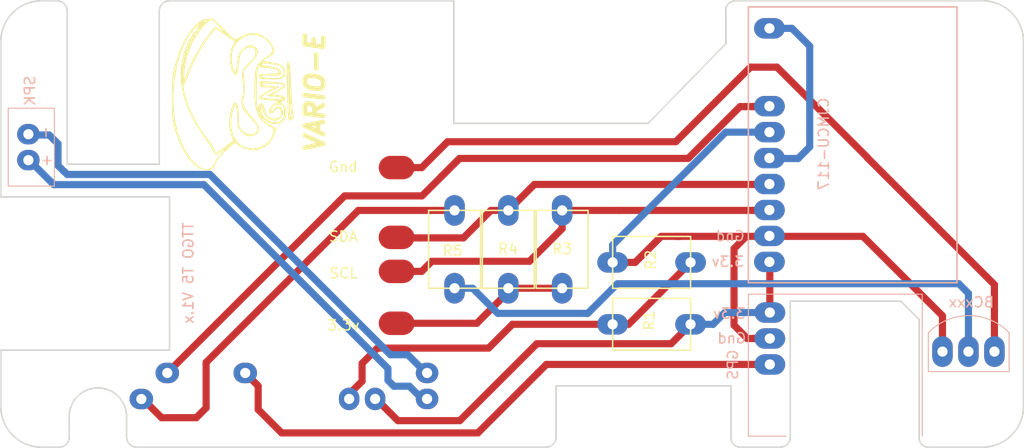
<source format=kicad_pcb>
(kicad_pcb (version 20171130) (host pcbnew "(5.0.0)")

  (general
    (thickness 1.6)
    (drawings 51)
    (tracks 132)
    (zones 0)
    (modules 16)
    (nets 15)
  )

  (page A4)
  (title_block
    (title "GNU Vario E")
    (date 2019-07-13)
    (rev "V 1.10")
    (company Ratamuse)
  )

  (layers
    (0 F.Cu signal)
    (31 B.Cu signal)
    (32 B.Adhes user hide)
    (33 F.Adhes user hide)
    (34 B.Paste user hide)
    (35 F.Paste user hide)
    (36 B.SilkS user)
    (37 F.SilkS user)
    (38 B.Mask user)
    (39 F.Mask user)
    (40 Dwgs.User user hide)
    (41 Cmts.User user hide)
    (42 Eco1.User user hide)
    (43 Eco2.User user hide)
    (44 Edge.Cuts user)
    (45 Margin user hide)
    (46 B.CrtYd user hide)
    (47 F.CrtYd user hide)
    (48 B.Fab user hide)
    (49 F.Fab user hide)
  )

  (setup
    (last_trace_width 0.7)
    (trace_clearance 0.3)
    (zone_clearance 0.1)
    (zone_45_only no)
    (trace_min 0.2)
    (segment_width 0.2)
    (edge_width 0.2)
    (via_size 0.8)
    (via_drill 0.4)
    (via_min_size 0.4)
    (via_min_drill 0.3)
    (uvia_size 0.3)
    (uvia_drill 0.1)
    (uvias_allowed no)
    (uvia_min_size 0.2)
    (uvia_min_drill 0.1)
    (pcb_text_width 0.3)
    (pcb_text_size 1.5 1.5)
    (mod_edge_width 0.15)
    (mod_text_size 1 1)
    (mod_text_width 0.15)
    (pad_size 2 2.2)
    (pad_drill 1)
    (pad_to_mask_clearance 0.2)
    (aux_axis_origin 0 0)
    (visible_elements 7FFFFFFF)
    (pcbplotparams
      (layerselection 0x010f0_ffffffff)
      (usegerberextensions true)
      (usegerberattributes true)
      (usegerberadvancedattributes false)
      (creategerberjobfile false)
      (excludeedgelayer false)
      (linewidth 0.100000)
      (plotframeref false)
      (viasonmask false)
      (mode 1)
      (useauxorigin true)
      (hpglpennumber 1)
      (hpglpenspeed 20)
      (hpglpendiameter 15.000000)
      (psnegative false)
      (psa4output false)
      (plotreference true)
      (plotvalue true)
      (plotinvisibletext false)
      (padsonsilk true)
      (subtractmaskfromsilk false)
      (outputformat 1)
      (mirror false)
      (drillshape 0)
      (scaleselection 1)
      (outputdirectory "JLCPCB/"))
  )

  (net 0 "")
  (net 1 "Net-(J1-Pad5)")
  (net 2 "Net-(CJMCU_117-Pad4)")
  (net 3 "Net-(CJMCU_117-Pad1)")
  (net 4 "Net-(CJMCU_117-Pad3)")
  (net 5 "Net-(R1-Pad1)")
  (net 6 "Net-(R5-Pad1)")
  (net 7 "Net-(CJMCU_117-Pad10)")
  (net 8 "Net-(CJMCU_117-Pad7)")
  (net 9 "Net-(GPS1-Pad3)")
  (net 10 "Net-(Speaker1-Pad2)")
  (net 11 "Net-(Speaker1-Pad1)")
  (net 12 "Net-(BCxxx1-Pad1)")
  (net 13 "Net-(BCxxx1-Pad2)")
  (net 14 "Net-(BCxxx1-Pad3)")

  (net_class Default "Ceci est la Netclass par défaut."
    (clearance 0.3)
    (trace_width 0.7)
    (via_dia 0.8)
    (via_drill 0.4)
    (uvia_dia 0.3)
    (uvia_drill 0.1)
    (add_net "Net-(BCxxx1-Pad1)")
    (add_net "Net-(BCxxx1-Pad2)")
    (add_net "Net-(BCxxx1-Pad3)")
    (add_net "Net-(CJMCU_117-Pad1)")
    (add_net "Net-(CJMCU_117-Pad10)")
    (add_net "Net-(CJMCU_117-Pad3)")
    (add_net "Net-(CJMCU_117-Pad4)")
    (add_net "Net-(CJMCU_117-Pad7)")
    (add_net "Net-(GPS1-Pad3)")
    (add_net "Net-(J1-Pad5)")
    (add_net "Net-(R1-Pad1)")
    (add_net "Net-(R5-Pad1)")
    (add_net "Net-(Speaker1-Pad1)")
    (add_net "Net-(Speaker1-Pad2)")
  )

  (module GNU_Vario_E:Pads_connection (layer F.Cu) (tedit 5D28F14D) (tstamp 5D0B5D11)
    (at 124.21 84.77)
    (descr "Through hole straight pin header, 1x05, 2.54mm pitch, single row")
    (tags "Through hole pin header THT 1x05 2.54mm single row")
    (path /5CFFB39D)
    (fp_text reference J1 (at -15.13 -2.02) (layer Dwgs.User)
      (effects (font (size 1 1) (thickness 0.15)))
    )
    (fp_text value "Pads connection" (at -15.4 11.6) (layer Dwgs.User)
      (effects (font (size 1 1) (thickness 0.15)))
    )
    (fp_text user Gnd (at -5.22 -2.62) (layer F.SilkS)
      (effects (font (size 1 1) (thickness 0.15)))
    )
    (fp_text user SDA (at -5.22 4.21) (layer F.SilkS)
      (effects (font (size 1 1) (thickness 0.15)))
    )
    (fp_text user SCL (at -5.2 7.8) (layer F.SilkS)
      (effects (font (size 1 1) (thickness 0.15)))
    )
    (fp_text user 3.3v (at -5.2 12.9) (layer F.SilkS)
      (effects (font (size 1 1) (thickness 0.15)))
    )
    (pad 5 smd oval (at 0 12.7) (size 3.5 2.3) (layers F.Cu F.Mask)
      (net 1 "Net-(J1-Pad5)"))
    (pad 4 smd oval (at 0 7.62) (size 3.5 2.3) (layers F.Cu F.Mask)
      (net 4 "Net-(CJMCU_117-Pad3)"))
    (pad 3 smd oval (at -0.01 4.29) (size 3.5 2.3) (layers F.Cu F.Mask)
      (net 2 "Net-(CJMCU_117-Pad4)"))
    (pad 1 smd oval (at 0 -2.54) (size 3.5 2.3) (layers F.Cu F.Mask)
      (net 12 "Net-(BCxxx1-Pad1)"))
  )

  (module GNU_Vario_E:Hole (layer F.Cu) (tedit 5D291C68) (tstamp 5D128161)
    (at 182.8 105.6)
    (fp_text reference REF** (at -12.1 2.8) (layer F.Fab)
      (effects (font (size 1 1) (thickness 0.15)))
    )
    (fp_text value "trou pads" (at -12.5 -0.4) (layer F.Fab)
      (effects (font (size 1 1) (thickness 0.15)))
    )
    (pad "" np_thru_hole circle (at 0 0) (size 4 4) (drill 4) (layers *.Cu *.Mask))
  )

  (module GNU_Vario_E:Hole (layer F.Cu) (tedit 5D291C68) (tstamp 5D128174)
    (at 182.8 69.9)
    (fp_text reference REF** (at -12.1 2.8) (layer F.Fab)
      (effects (font (size 1 1) (thickness 0.15)))
    )
    (fp_text value "trou pads" (at -12.5 -0.4) (layer F.Fab)
      (effects (font (size 1 1) (thickness 0.15)))
    )
    (pad "" np_thru_hole circle (at 0 0) (size 4 4) (drill 4) (layers *.Cu *.Mask))
  )

  (module GNU_Vario_E:Hole (layer F.Cu) (tedit 5D291C68) (tstamp 5D12817E)
    (at 88.8 69.9)
    (fp_text reference REF** (at -12.1 2.8) (layer F.Fab)
      (effects (font (size 1 1) (thickness 0.15)))
    )
    (fp_text value "trou pads" (at -12.5 -0.4) (layer F.Fab)
      (effects (font (size 1 1) (thickness 0.15)))
    )
    (pad "" np_thru_hole circle (at 0 0) (size 4 4) (drill 4) (layers *.Cu *.Mask))
  )

  (module GNU_Vario_E:Hole (layer F.Cu) (tedit 5D291C68) (tstamp 5D128189)
    (at 88.8 105.6)
    (fp_text reference REF** (at -12.1 2.8) (layer F.Fab)
      (effects (font (size 1 1) (thickness 0.15)))
    )
    (fp_text value "trou pads" (at -12.5 -0.4) (layer F.Fab)
      (effects (font (size 1 1) (thickness 0.15)))
    )
    (pad "" np_thru_hole circle (at 0 0) (size 4 4) (drill 4) (layers *.Cu *.Mask))
  )

  (module GNU_Vario_E:R1 (layer F.Cu) (tedit 5D28F884) (tstamp 5CF0B9BB)
    (at 145.33 91.51 270)
    (path /5CD6C1F8)
    (fp_text reference R2 (at -0.24 -3.72 270) (layer F.SilkS)
      (effects (font (size 1 1) (thickness 0.15)))
    )
    (fp_text value 1M (at -7.62 -5.08 270) (layer F.Fab)
      (effects (font (size 1 1) (thickness 0.15)))
    )
    (fp_line (start -2.54 0) (end -2.54 -7.62) (layer F.SilkS) (width 0.15))
    (fp_line (start 2.54 0) (end -2.54 0) (layer F.SilkS) (width 0.15))
    (fp_line (start 2.54 -7.62) (end 2.54 0) (layer F.SilkS) (width 0.15))
    (fp_line (start -2.54 -7.62) (end 2.54 -7.62) (layer F.SilkS) (width 0.15))
    (pad 2 thru_hole oval (at 0 -7.62 270) (size 2 3) (drill 1) (layers *.Cu *.Mask)
      (net 5 "Net-(R1-Pad1)"))
    (pad 1 thru_hole oval (at 0 0 270) (size 2 3) (drill 1) (layers *.Cu *.Mask)
      (net 14 "Net-(BCxxx1-Pad3)"))
  )

  (module GNU_Vario_E:R1 (layer F.Cu) (tedit 5D28F884) (tstamp 5D035009)
    (at 129.87 86.42 180)
    (path /5D033FE3)
    (fp_text reference R5 (at 0.19 -3.95 180) (layer F.SilkS)
      (effects (font (size 1 1) (thickness 0.15)))
    )
    (fp_text value 1K (at -7.62 -5.08 180) (layer F.Fab)
      (effects (font (size 1 1) (thickness 0.15)))
    )
    (fp_line (start -2.54 0) (end -2.54 -7.62) (layer F.SilkS) (width 0.15))
    (fp_line (start 2.54 0) (end -2.54 0) (layer F.SilkS) (width 0.15))
    (fp_line (start 2.54 -7.62) (end 2.54 0) (layer F.SilkS) (width 0.15))
    (fp_line (start -2.54 -7.62) (end 2.54 -7.62) (layer F.SilkS) (width 0.15))
    (pad 2 thru_hole oval (at 0 -7.62 180) (size 2 3) (drill 1) (layers *.Cu *.Mask)
      (net 13 "Net-(BCxxx1-Pad2)"))
    (pad 1 thru_hole oval (at 0 0 180) (size 2 3) (drill 1) (layers *.Cu *.Mask)
      (net 6 "Net-(R5-Pad1)"))
  )

  (module GNU_Vario_E:R1 (layer F.Cu) (tedit 5D28F884) (tstamp 5CFD645D)
    (at 135.13 86.42 180)
    (path /5CFDE7EF)
    (fp_text reference R4 (at 0.03 -3.78 180) (layer F.SilkS)
      (effects (font (size 1 1) (thickness 0.15)))
    )
    (fp_text value 4.7k (at -7.62 -5.08 180) (layer F.Fab)
      (effects (font (size 1 1) (thickness 0.15)))
    )
    (fp_line (start -2.54 0) (end -2.54 -7.62) (layer F.SilkS) (width 0.15))
    (fp_line (start 2.54 0) (end -2.54 0) (layer F.SilkS) (width 0.15))
    (fp_line (start 2.54 -7.62) (end 2.54 0) (layer F.SilkS) (width 0.15))
    (fp_line (start -2.54 -7.62) (end 2.54 -7.62) (layer F.SilkS) (width 0.15))
    (pad 2 thru_hole oval (at 0 -7.62 180) (size 2 3) (drill 1) (layers *.Cu *.Mask)
      (net 1 "Net-(J1-Pad5)"))
    (pad 1 thru_hole oval (at 0 0 180) (size 2 3) (drill 1) (layers *.Cu *.Mask)
      (net 2 "Net-(CJMCU_117-Pad4)"))
  )

  (module GNU_Vario_E:R1 (layer F.Cu) (tedit 5D28F884) (tstamp 5CFD6442)
    (at 140.39 86.42 180)
    (path /5CFDF6CA)
    (fp_text reference R3 (at -0.01 -3.78 180) (layer F.SilkS)
      (effects (font (size 1 1) (thickness 0.15)))
    )
    (fp_text value 4.7k (at -7.62 -5.08 180) (layer F.Fab)
      (effects (font (size 1 1) (thickness 0.15)))
    )
    (fp_line (start -2.54 0) (end -2.54 -7.62) (layer F.SilkS) (width 0.15))
    (fp_line (start 2.54 0) (end -2.54 0) (layer F.SilkS) (width 0.15))
    (fp_line (start 2.54 -7.62) (end 2.54 0) (layer F.SilkS) (width 0.15))
    (fp_line (start -2.54 -7.62) (end 2.54 -7.62) (layer F.SilkS) (width 0.15))
    (pad 2 thru_hole oval (at 0 -7.62 180) (size 2 3) (drill 1) (layers *.Cu *.Mask)
      (net 1 "Net-(J1-Pad5)"))
    (pad 1 thru_hole oval (at 0 0 180) (size 2 3) (drill 1) (layers *.Cu *.Mask)
      (net 4 "Net-(CJMCU_117-Pad3)"))
  )

  (module GNU_Vario_E:R1 (layer F.Cu) (tedit 5D28F884) (tstamp 5CF0B9B1)
    (at 145.33 97.57 270)
    (path /5CD6C26E)
    (fp_text reference R1 (at -0.37 -3.57 270) (layer F.SilkS)
      (effects (font (size 1 1) (thickness 0.15)))
    )
    (fp_text value 270k (at 1.27 -2.54 270) (layer F.Fab)
      (effects (font (size 1 1) (thickness 0.15)))
    )
    (fp_line (start -2.54 0) (end -2.54 -7.62) (layer F.SilkS) (width 0.15))
    (fp_line (start 2.54 0) (end -2.54 0) (layer F.SilkS) (width 0.15))
    (fp_line (start 2.54 -7.62) (end 2.54 0) (layer F.SilkS) (width 0.15))
    (fp_line (start -2.54 -7.62) (end 2.54 -7.62) (layer F.SilkS) (width 0.15))
    (pad 2 thru_hole oval (at 0 -7.62 270) (size 2 3) (drill 1) (layers *.Cu *.Mask)
      (net 3 "Net-(CJMCU_117-Pad1)"))
    (pad 1 thru_hole oval (at 0 0 270) (size 2 3) (drill 1) (layers *.Cu *.Mask)
      (net 5 "Net-(R1-Pad1)"))
  )

  (module GNU_Vario_E:logo (layer F.Cu) (tedit 5D28F39B) (tstamp 5D29B153)
    (at 118.22 85.87 90)
    (fp_text reference G*** (at 0 0 90) (layer F.Fab) hide
      (effects (font (size 1.524 1.524) (thickness 0.3)))
    )
    (fp_text value LOGO (at 0.75 0 90) (layer F.Fab) hide
      (effects (font (size 1.524 1.524) (thickness 0.3)))
    )
    (fp_poly (pts (xy 13.369256 -4.752908) (xy 13.705871 -4.736553) (xy 13.90809 -4.705862) (xy 14.005776 -4.659473)
      (xy 14.029 -4.602779) (xy 13.990929 -4.532371) (xy 13.855524 -4.476906) (xy 13.59099 -4.432541)
      (xy 13.165537 -4.39543) (xy 12.54737 -4.36173) (xy 11.77475 -4.330195) (xy 11.000337 -4.296266)
      (xy 10.275183 -4.255265) (xy 9.65367 -4.210961) (xy 9.190181 -4.167122) (xy 8.976507 -4.136318)
      (xy 8.621086 -4.082346) (xy 8.426298 -4.117241) (xy 8.309801 -4.255846) (xy 8.309413 -4.25657)
      (xy 8.295973 -4.319591) (xy 8.586783 -4.319591) (xy 8.78062 -4.309051) (xy 9.1395 -4.335587)
      (xy 9.55167 -4.382221) (xy 9.849004 -4.427545) (xy 9.954416 -4.456141) (xy 9.902001 -4.492714)
      (xy 9.675829 -4.500894) (xy 9.353949 -4.485616) (xy 9.014408 -4.451811) (xy 8.735255 -4.404414)
      (xy 8.6315 -4.372521) (xy 8.586783 -4.319591) (xy 8.295973 -4.319591) (xy 8.259475 -4.490731)
      (xy 8.333072 -4.577288) (xy 8.353374 -4.580886) (xy 11.077497 -4.580886) (xy 11.127457 -4.568003)
      (xy 11.390731 -4.558368) (xy 11.846978 -4.552945) (xy 12.1875 -4.552109) (xy 12.738672 -4.554886)
      (xy 13.102192 -4.562319) (xy 13.259589 -4.573445) (xy 13.192395 -4.587305) (xy 13.039193 -4.596411)
      (xy 12.411147 -4.612994) (xy 11.730703 -4.611028) (xy 11.261193 -4.596051) (xy 11.077497 -4.580886)
      (xy 8.353374 -4.580886) (xy 8.498412 -4.606589) (xy 8.878743 -4.6377) (xy 9.435085 -4.668586)
      (xy 10.12846 -4.697216) (xy 10.919887 -4.721557) (xy 11.254416 -4.72962) (xy 12.173391 -4.748077)
      (xy 12.868384 -4.756295) (xy 13.369256 -4.752908)) (layer F.SilkS) (width 0.01))
    (fp_poly (pts (xy 10.473 -15.980842) (xy 11.306844 -15.972584) (xy 11.951169 -15.951686) (xy 12.47038 -15.911605)
      (xy 12.928885 -15.845799) (xy 13.391089 -15.747726) (xy 13.803426 -15.642537) (xy 14.958417 -15.269847)
      (xy 16.002711 -14.805005) (xy 16.890948 -14.271954) (xy 17.577767 -13.694636) (xy 17.658986 -13.607512)
      (xy 18.008489 -13.176625) (xy 18.166543 -12.868121) (xy 18.171712 -12.713065) (xy 18.174716 -12.391636)
      (xy 18.231391 -12.227716) (xy 18.259055 -12.102127) (xy 18.197727 -11.941024) (xy 18.021963 -11.710943)
      (xy 17.706319 -11.378418) (xy 17.24062 -10.924604) (xy 16.773737 -10.473741) (xy 16.466457 -10.159745)
      (xy 16.293339 -9.945481) (xy 16.228943 -9.793819) (xy 16.247828 -9.667626) (xy 16.305774 -9.560106)
      (xy 16.663878 -8.869785) (xy 16.81938 -8.263546) (xy 16.778502 -7.680867) (xy 16.559989 -7.086887)
      (xy 16.152846 -6.525796) (xy 15.574985 -6.127214) (xy 15.146153 -5.977877) (xy 14.931964 -5.954869)
      (xy 14.765607 -6.039083) (xy 14.583902 -6.277515) (xy 14.453596 -6.493006) (xy 14.104386 -7.088888)
      (xy 13.944712 -6.223741) (xy 13.792278 -5.593232) (xy 13.595392 -5.182202) (xy 13.328572 -4.95684)
      (xy 12.966337 -4.883334) (xy 12.934284 -4.883) (xy 12.631145 -4.926643) (xy 12.429742 -5.081747)
      (xy 12.314781 -5.38458) (xy 12.278169 -5.791391) (xy 12.398703 -5.791391) (xy 12.440454 -5.456992)
      (xy 12.539019 -5.251782) (xy 12.572297 -5.214846) (xy 12.853853 -5.032268) (xy 13.148723 -5.074663)
      (xy 13.390421 -5.235565) (xy 13.57024 -5.45592) (xy 13.691619 -5.808739) (xy 13.768947 -6.283315)
      (xy 13.813422 -6.711297) (xy 13.832074 -7.027288) (xy 13.821956 -7.158417) (xy 13.726357 -7.159751)
      (xy 13.642123 -6.926652) (xy 13.56593 -6.449625) (xy 13.561787 -6.415114) (xy 13.446581 -5.871951)
      (xy 13.260825 -5.488791) (xy 13.026934 -5.299703) (xy 12.832243 -5.306188) (xy 12.719103 -5.386115)
      (xy 12.658305 -5.553853) (xy 12.64021 -5.865414) (xy 12.653711 -6.343695) (xy 12.660753 -6.857092)
      (xy 12.630353 -7.168733) (xy 12.5685 -7.25442) (xy 12.500975 -7.116076) (xy 12.442829 -6.791827)
      (xy 12.405961 -6.349756) (xy 12.404475 -6.315937) (xy 12.398703 -5.791391) (xy 12.278169 -5.791391)
      (xy 12.270967 -5.871405) (xy 12.277633 -6.439962) (xy 12.301348 -6.956085) (xy 12.337067 -7.268375)
      (xy 12.39873 -7.426991) (xy 12.500278 -7.482092) (xy 12.5685 -7.4865) (xy 12.698367 -7.464004)
      (xy 12.774565 -7.361422) (xy 12.811131 -7.126119) (xy 12.822101 -6.705457) (xy 12.8225 -6.534)
      (xy 12.838219 -6.070298) (xy 12.879766 -5.716784) (xy 12.938724 -5.53985) (xy 12.9495 -5.53225)
      (xy 13.108242 -5.587419) (xy 13.248213 -5.841307) (xy 13.349422 -6.238635) (xy 13.39188 -6.724126)
      (xy 13.392127 -6.75625) (xy 13.423124 -7.209027) (xy 13.512623 -7.416678) (xy 13.55275 -7.431051)
      (xy 13.58366 -7.473682) (xy 13.4575 -7.541915) (xy 13.217889 -7.589843) (xy 12.784615 -7.632582)
      (xy 12.217997 -7.667533) (xy 11.578359 -7.692095) (xy 10.926022 -7.703667) (xy 10.321309 -7.699649)
      (xy 10.0285 -7.689741) (xy 9.670114 -7.666333) (xy 9.534365 -7.631052) (xy 9.589917 -7.568414)
      (xy 9.684383 -7.519707) (xy 9.914064 -7.332081) (xy 9.91441 -7.139213) (xy 9.704373 -6.989426)
      (xy 9.455959 -6.937285) (xy 8.959821 -6.790353) (xy 8.607977 -6.482) (xy 8.446438 -6.056715)
      (xy 8.441 -5.955913) (xy 8.525092 -5.546976) (xy 8.76133 -5.325224) (xy 9.125652 -5.312763)
      (xy 9.13785 -5.315738) (xy 9.398711 -5.462182) (xy 9.432751 -5.672285) (xy 9.232842 -5.882224)
      (xy 9.203 -5.899) (xy 9.022731 -6.078558) (xy 8.952552 -6.306194) (xy 9.004551 -6.486686)
      (xy 9.122372 -6.534) (xy 9.36508 -6.450683) (xy 9.647344 -6.251969) (xy 9.877651 -6.014721)
      (xy 9.965 -5.826283) (xy 10.033517 -5.663232) (xy 10.086436 -5.645) (xy 10.15009 -5.761469)
      (xy 10.163004 -5.832829) (xy 10.363146 -5.832829) (xy 10.368724 -5.474255) (xy 10.395209 -5.238539)
      (xy 10.440538 -5.189205) (xy 10.503248 -5.359054) (xy 10.565957 -5.698201) (xy 10.602127 -6.004122)
      (xy 10.669178 -6.7245) (xy 11.030648 -6.026) (xy 11.336588 -5.466238) (xy 11.560697 -5.144372)
      (xy 11.714531 -5.063419) (xy 11.809647 -5.226399) (xy 11.8576 -5.636326) (xy 11.87 -6.245162)
      (xy 11.857471 -6.81601) (xy 11.823727 -7.13981) (xy 11.77453 -7.215022) (xy 11.715641 -7.04011)
      (xy 11.652824 -6.613535) (xy 11.622275 -6.311294) (xy 11.544797 -5.4545) (xy 11.047722 -6.407)
      (xy 10.806246 -6.863736) (xy 10.653763 -7.121037) (xy 10.563186 -7.205394) (xy 10.507428 -7.143296)
      (xy 10.463349 -6.9785) (xy 10.411309 -6.651672) (xy 10.377625 -6.247541) (xy 10.363146 -5.832829)
      (xy 10.163004 -5.832829) (xy 10.205708 -6.06878) (xy 10.242401 -6.503793) (xy 10.245186 -6.56575)
      (xy 10.292218 -7.115484) (xy 10.383895 -7.417053) (xy 10.528063 -7.471962) (xy 10.732571 -7.281717)
      (xy 11.005268 -6.847824) (xy 11.072679 -6.7245) (xy 11.481858 -5.9625) (xy 11.485429 -6.69275)
      (xy 11.494807 -7.103986) (xy 11.535883 -7.322168) (xy 11.635815 -7.4082) (xy 11.811063 -7.423)
      (xy 12.133126 -7.423) (xy 12.049218 -6.24825) (xy 12.001908 -5.721157) (xy 11.945222 -5.290027)
      (xy 11.888307 -5.017968) (xy 11.862692 -4.961387) (xy 11.662924 -4.893415) (xy 11.422669 -5.053876)
      (xy 11.163972 -5.425021) (xy 11.076601 -5.59425) (xy 10.7905 -6.18674) (xy 10.727 -5.567723)
      (xy 10.659535 -5.16393) (xy 10.547959 -4.958909) (xy 10.432248 -4.904807) (xy 10.210175 -4.967662)
      (xy 10.135953 -5.109637) (xy 10.078695 -5.264685) (xy 9.984403 -5.255784) (xy 9.785868 -5.073308)
      (xy 9.769727 -5.057183) (xy 9.358151 -4.810505) (xy 8.873192 -4.767865) (xy 8.395457 -4.9313)
      (xy 8.267627 -5.019218) (xy 8.004814 -5.375011) (xy 7.908742 -5.848562) (xy 7.936422 -6.052504)
      (xy 8.082668 -6.052504) (xy 8.11869 -5.5823) (xy 8.237209 -5.32996) (xy 8.432934 -5.115433)
      (xy 8.707166 -5.023941) (xy 8.990027 -5.01) (xy 9.363409 -5.043699) (xy 9.636989 -5.127912)
      (xy 9.6856 -5.1624) (xy 9.816642 -5.448118) (xy 9.776141 -5.786474) (xy 9.602042 -6.087659)
      (xy 9.332286 -6.261863) (xy 9.215066 -6.276139) (xy 9.088286 -6.255321) (xy 9.182489 -6.173808)
      (xy 9.233192 -6.1437) (xy 9.474985 -5.925861) (xy 9.591255 -5.758443) (xy 9.642639 -5.479673)
      (xy 9.508461 -5.270704) (xy 9.251362 -5.147381) (xy 8.933983 -5.125548) (xy 8.618964 -5.221049)
      (xy 8.369203 -5.449339) (xy 8.227711 -5.868971) (xy 8.300451 -6.303402) (xy 8.556311 -6.70169)
      (xy 8.964177 -7.012891) (xy 9.422488 -7.173939) (xy 9.9015 -7.266791) (xy 9.427253 -7.281396)
      (xy 8.938328 -7.187605) (xy 8.527748 -6.912978) (xy 8.230774 -6.515338) (xy 8.082668 -6.052504)
      (xy 7.936422 -6.052504) (xy 7.979022 -6.366364) (xy 8.215265 -6.854905) (xy 8.277779 -6.937006)
      (xy 8.469481 -7.178345) (xy 8.500871 -7.243509) (xy 8.376672 -7.149406) (xy 8.324822 -7.1055)
      (xy 8.087311 -6.82761) (xy 7.854873 -6.441178) (xy 7.794055 -6.31175) (xy 7.62305 -5.990703)
      (xy 7.457887 -5.798096) (xy 7.397763 -5.773241) (xy 7.199034 -5.824706) (xy 6.858535 -5.95608)
      (xy 6.575033 -6.081524) (xy 6.018433 -6.440456) (xy 5.626249 -6.941691) (xy 5.364843 -7.62982)
      (xy 5.343907 -7.713509) (xy 5.330942 -8.08177) (xy 5.521618 -8.08177) (xy 5.61994 -7.449603)
      (xy 5.883078 -6.881264) (xy 6.296875 -6.437904) (xy 6.5752 -6.273245) (xy 7.021617 -6.094496)
      (xy 7.316383 -6.063583) (xy 7.525418 -6.197272) (xy 7.714643 -6.512333) (xy 7.7425 -6.57017)
      (xy 8.141878 -7.139696) (xy 8.457967 -7.3595) (xy 8.695 -7.3595) (xy 8.7585 -7.296)
      (xy 8.822 -7.3595) (xy 8.7585 -7.423) (xy 8.695 -7.3595) (xy 8.457967 -7.3595)
      (xy 8.640599 -7.4865) (xy 8.949 -7.4865) (xy 9.0125 -7.423) (xy 9.076 -7.4865)
      (xy 9.0125 -7.55) (xy 8.949 -7.4865) (xy 8.640599 -7.4865) (xy 8.726494 -7.54623)
      (xy 9.496583 -7.795055) (xy 9.825554 -7.855519) (xy 10.141903 -7.895781) (xy 10.500053 -7.917853)
      (xy 10.954426 -7.923745) (xy 11.559444 -7.915471) (xy 12.273436 -7.897691) (xy 12.957093 -7.853408)
      (xy 13.457734 -7.740337) (xy 13.844209 -7.522547) (xy 14.185366 -7.164105) (xy 14.4735 -6.749499)
      (xy 14.782767 -6.348084) (xy 15.075051 -6.175821) (xy 15.403297 -6.217677) (xy 15.725555 -6.394032)
      (xy 16.242026 -6.872046) (xy 16.551977 -7.463204) (xy 16.640883 -8.119355) (xy 16.494223 -8.792346)
      (xy 16.467729 -8.854913) (xy 16.078528 -9.439655) (xy 15.524375 -9.863719) (xy 14.851499 -10.107558)
      (xy 14.10613 -10.151626) (xy 13.60692 -10.064493) (xy 13.265124 -9.948405) (xy 13.062163 -9.83229)
      (xy 13.03542 -9.776749) (xy 13.17437 -9.707544) (xy 13.488981 -9.658876) (xy 13.775 -9.644477)
      (xy 14.509855 -9.540823) (xy 15.07479 -9.254544) (xy 15.463146 -8.789225) (xy 15.500766 -8.71482)
      (xy 15.628833 -8.355336) (xy 15.605421 -8.070891) (xy 15.567417 -7.975426) (xy 15.317613 -7.648784)
      (xy 14.976507 -7.555682) (xy 14.549933 -7.694969) (xy 14.043729 -8.065493) (xy 13.769292 -8.33018)
      (xy 13.145118 -8.974371) (xy 12.031309 -8.887171) (xy 11.292752 -8.855318) (xy 10.759427 -8.889533)
      (xy 10.546187 -8.942231) (xy 10.132881 -9.029367) (xy 9.715347 -8.953894) (xy 9.251801 -8.699111)
      (xy 8.700458 -8.248317) (xy 8.61631 -8.17087) (xy 8.071447 -7.712568) (xy 7.637508 -7.466518)
      (xy 7.291479 -7.429156) (xy 7.010349 -7.596917) (xy 6.809012 -7.890901) (xy 6.674318 -8.318366)
      (xy 6.760587 -8.716357) (xy 7.079046 -9.134337) (xy 7.094799 -9.1502) (xy 7.335174 -9.374215)
      (xy 7.551232 -9.504236) (xy 7.824837 -9.56669) (xy 8.23785 -9.588004) (xy 8.460049 -9.590927)
      (xy 8.956602 -9.608797) (xy 9.37905 -9.647331) (xy 9.639801 -9.698388) (xy 9.6475 -9.701313)
      (xy 9.751379 -9.77044) (xy 9.67986 -9.84657) (xy 9.403409 -9.950615) (xy 9.211699 -10.009887)
      (xy 8.338994 -10.18069) (xy 7.516498 -10.168356) (xy 6.786117 -9.981891) (xy 6.189756 -9.630301)
      (xy 5.87606 -9.292976) (xy 5.602272 -8.716611) (xy 5.521618 -8.08177) (xy 5.330942 -8.08177)
      (xy 5.328055 -8.163751) (xy 5.438702 -8.707988) (xy 5.648162 -9.238366) (xy 5.800493 -9.492207)
      (xy 6.054724 -9.849241) (xy 5.311112 -10.681092) (xy 4.736265 -11.25841) (xy 4.248763 -11.605155)
      (xy 4.072195 -11.682057) (xy 3.660114 -11.863794) (xy 3.444139 -12.097579) (xy 3.368224 -12.454335)
      (xy 3.482559 -12.454335) (xy 3.658379 -12.111771) (xy 4.050728 -11.847033) (xy 4.090092 -11.83056)
      (xy 4.50189 -11.602655) (xy 4.891248 -11.294357) (xy 4.94051 -11.244807) (xy 5.223437 -10.961094)
      (xy 5.349808 -10.868701) (xy 5.316423 -10.968) (xy 5.147647 -11.220856) (xy 4.93936 -11.557789)
      (xy 4.924512 -11.67201) (xy 5.034993 -11.67201) (xy 5.657319 -10.836622) (xy 6.279646 -10.001235)
      (xy 6.947573 -10.235875) (xy 7.788168 -10.40296) (xy 8.716683 -10.34121) (xy 9.33 -10.191662)
      (xy 9.792496 -10.013028) (xy 10.011272 -9.841263) (xy 9.99656 -9.687975) (xy 9.758595 -9.564771)
      (xy 9.307611 -9.483257) (xy 8.68047 -9.455) (xy 8.159326 -9.445311) (xy 7.813717 -9.403766)
      (xy 7.56552 -9.311656) (xy 7.33661 -9.150267) (xy 7.307744 -9.126211) (xy 7.019097 -8.757546)
      (xy 6.908059 -8.333613) (xy 6.985682 -7.933984) (xy 7.116571 -7.749572) (xy 7.32396 -7.597065)
      (xy 7.544081 -7.581681) (xy 7.820831 -7.719661) (xy 8.198108 -8.027244) (xy 8.418678 -8.231269)
      (xy 8.802693 -8.579361) (xy 9.150922 -8.86928) (xy 9.395397 -9.044819) (xy 9.4169 -9.056769)
      (xy 9.89348 -9.186292) (xy 10.438357 -9.161045) (xy 10.784451 -9.053648) (xy 11.047175 -8.980593)
      (xy 11.403824 -8.980041) (xy 11.92555 -9.052568) (xy 11.98703 -9.063413) (xy 12.537058 -9.142447)
      (xy 12.942197 -9.128869) (xy 13.281462 -8.994508) (xy 13.63387 -8.711192) (xy 13.98526 -8.350974)
      (xy 14.309238 -8.028607) (xy 14.554756 -7.865476) (xy 14.798252 -7.819516) (xy 14.93776 -7.82681)
      (xy 15.239292 -7.891217) (xy 15.371114 -8.050771) (xy 15.402079 -8.21047) (xy 15.344444 -8.678382)
      (xy 15.068043 -9.049523) (xy 14.594632 -9.308763) (xy 13.945967 -9.440971) (xy 13.612607 -9.455)
      (xy 13.139234 -9.492808) (xy 12.819023 -9.593774) (xy 12.684519 -9.739218) (xy 12.768263 -9.910455)
      (xy 12.789183 -9.927724) (xy 13.277845 -10.176329) (xy 13.904185 -10.309072) (xy 14.577088 -10.320404)
      (xy 15.205438 -10.204779) (xy 15.485733 -10.091921) (xy 15.788078 -9.945708) (xy 15.973018 -9.871421)
      (xy 15.997717 -9.869671) (xy 16.072671 -9.98054) (xy 16.256834 -10.249555) (xy 16.515272 -10.625722)
      (xy 16.60963 -10.762835) (xy 16.883223 -11.171034) (xy 17.089201 -11.498952) (xy 17.193474 -11.691572)
      (xy 17.199813 -11.715335) (xy 17.102027 -11.823905) (xy 16.842467 -12.043241) (xy 16.466064 -12.336502)
      (xy 16.204419 -12.531452) (xy 14.769861 -13.451649) (xy 13.255977 -14.176942) (xy 12.619954 -14.412058)
      (xy 12.196871 -14.568172) (xy 11.876434 -14.711696) (xy 11.788645 -14.770442) (xy 12.1875 -14.770442)
      (xy 12.845174 -14.53654) (xy 14.287084 -13.921499) (xy 15.656506 -13.118029) (xy 16.275534 -12.679575)
      (xy 16.731438 -12.3389) (xy 17.106542 -12.056811) (xy 17.357381 -11.866109) (xy 17.440104 -11.800692)
      (xy 17.403109 -11.680008) (xy 17.255345 -11.432904) (xy 17.188544 -11.335563) (xy 16.891379 -10.9155)
      (xy 17.488025 -11.4235) (xy 17.804311 -11.720306) (xy 18.022235 -11.977318) (xy 18.088835 -12.115529)
      (xy 17.990544 -12.336932) (xy 17.719636 -12.646371) (xy 17.496857 -12.847597) (xy 17.859471 -12.847597)
      (xy 17.890372 -12.776623) (xy 18.018248 -12.640283) (xy 18.091763 -12.668251) (xy 18.093 -12.686005)
      (xy 18.002794 -12.793424) (xy 17.946377 -12.832628) (xy 17.859471 -12.847597) (xy 17.496857 -12.847597)
      (xy 17.323212 -13.004442) (xy 16.848371 -13.371741) (xy 16.342212 -13.708866) (xy 16.060902 -13.863597)
      (xy 16.589471 -13.863597) (xy 16.620372 -13.792623) (xy 16.748248 -13.656283) (xy 16.821763 -13.684251)
      (xy 16.823 -13.702005) (xy 16.732794 -13.809424) (xy 16.676377 -13.848628) (xy 16.589471 -13.863597)
      (xy 16.060902 -13.863597) (xy 15.881148 -13.962468) (xy 15.87865 -13.9635) (xy 16.315 -13.9635)
      (xy 16.3785 -13.9) (xy 16.442 -13.9635) (xy 16.3785 -14.027) (xy 16.315 -13.9635)
      (xy 15.87865 -13.9635) (xy 15.571229 -14.0905) (xy 16.061 -14.0905) (xy 16.1245 -14.027)
      (xy 16.188 -14.0905) (xy 16.1245 -14.154) (xy 16.061 -14.0905) (xy 15.571229 -14.0905)
      (xy 15.263808 -14.2175) (xy 15.807 -14.2175) (xy 15.8705 -14.154) (xy 15.934 -14.2175)
      (xy 15.8705 -14.281) (xy 15.807 -14.2175) (xy 15.263808 -14.2175) (xy 14.978344 -14.335429)
      (xy 14.947597 -14.3445) (xy 15.553 -14.3445) (xy 15.6165 -14.281) (xy 15.68 -14.3445)
      (xy 15.6165 -14.408) (xy 15.553 -14.3445) (xy 14.947597 -14.3445) (xy 14.44536 -14.492667)
      (xy 15.214333 -14.492667) (xy 15.231766 -14.417166) (xy 15.299 -14.408) (xy 15.403535 -14.454468)
      (xy 15.383666 -14.492667) (xy 15.232947 -14.507867) (xy 15.214333 -14.492667) (xy 14.44536 -14.492667)
      (xy 14.086621 -14.5985) (xy 14.918 -14.5985) (xy 14.9815 -14.535) (xy 15.045 -14.5985)
      (xy 14.9815 -14.662) (xy 14.918 -14.5985) (xy 14.086621 -14.5985) (xy 14.056334 -14.607435)
      (xy 13.255805 -14.746667) (xy 14.452333 -14.746667) (xy 14.469766 -14.671166) (xy 14.537 -14.662)
      (xy 14.641535 -14.708468) (xy 14.621666 -14.746667) (xy 14.470947 -14.761867) (xy 14.452333 -14.746667)
      (xy 13.255805 -14.746667) (xy 13.199372 -14.756482) (xy 12.759 -14.777844) (xy 12.1875 -14.770442)
      (xy 11.788645 -14.770442) (xy 11.730368 -14.809439) (xy 11.564779 -14.850301) (xy 11.197567 -14.804081)
      (xy 10.842469 -14.722513) (xy 9.668042 -14.357961) (xy 8.592075 -13.885826) (xy 7.53745 -13.267162)
      (xy 6.536 -12.547649) (xy 6.114352 -12.242959) (xy 5.708563 -11.983786) (xy 5.436246 -11.840299)
      (xy 5.034993 -11.67201) (xy 4.924512 -11.67201) (xy 4.912789 -11.762189) (xy 5.070336 -11.881418)
      (xy 5.182859 -11.915223) (xy 5.40448 -12.019939) (xy 5.770883 -12.244648) (xy 6.226246 -12.55354)
      (xy 6.598703 -12.823482) (xy 8.00141 -13.74978) (xy 9.405538 -14.442768) (xy 10.717394 -14.873667)
      (xy 13.944333 -14.873667) (xy 13.961766 -14.798166) (xy 14.029 -14.789) (xy 14.133535 -14.835468)
      (xy 14.113666 -14.873667) (xy 13.962947 -14.888867) (xy 13.944333 -14.873667) (xy 10.717394 -14.873667)
      (xy 10.799412 -14.900607) (xy 12.171356 -15.121463) (xy 13.509695 -15.103497) (xy 14.802753 -14.844874)
      (xy 16.038855 -14.343757) (xy 16.090718 -14.316655) (xy 16.51272 -14.076145) (xy 16.826015 -13.863324)
      (xy 16.979049 -13.714482) (xy 16.98581 -13.68658) (xy 17.052285 -13.501975) (xy 17.17631 -13.372431)
      (xy 17.323281 -13.265619) (xy 17.290084 -13.333125) (xy 17.220199 -13.42375) (xy 17.116129 -13.602105)
      (xy 17.180013 -13.632526) (xy 17.377699 -13.520928) (xy 17.576814 -13.361989) (xy 17.672847 -13.292226)
      (xy 17.607319 -13.385949) (xy 17.404862 -13.611497) (xy 16.676407 -14.228463) (xy 15.747832 -14.756109)
      (xy 14.659217 -15.187693) (xy 13.450641 -15.516477) (xy 12.162185 -15.73572) (xy 10.833928 -15.838683)
      (xy 9.505952 -15.818625) (xy 8.218335 -15.668806) (xy 7.011158 -15.382487) (xy 6.962968 -15.367423)
      (xy 6.073635 -15.034741) (xy 5.288194 -14.641219) (xy 4.622738 -14.206666) (xy 4.093355 -13.750891)
      (xy 3.716137 -13.293705) (xy 3.507175 -12.854916) (xy 3.482559 -12.454335) (xy 3.368224 -12.454335)
      (xy 3.367396 -12.458224) (xy 3.362944 -12.61501) (xy 3.483206 -13.165355) (xy 3.833516 -13.718938)
      (xy 4.390792 -14.258026) (xy 5.13195 -14.764888) (xy 6.033905 -15.221789) (xy 7.073576 -15.610997)
      (xy 7.385716 -15.705286) (xy 7.804426 -15.815882) (xy 8.201987 -15.893584) (xy 8.636624 -15.943591)
      (xy 9.166562 -15.971099) (xy 9.850024 -15.981304) (xy 10.473 -15.980842)) (layer F.SilkS) (width 0.01))
  )

  (module GNU_Vario_E:CJMCU-117 (layer F.Cu) (tedit 5D29125C) (tstamp 5D291F99)
    (at 163.2 81.3 90)
    (path /5D293ACF)
    (fp_text reference CJMCU_117 (at 0 6.35 90) (layer Dwgs.User) hide
      (effects (font (size 1 1) (thickness 0.15)))
    )
    (fp_text value MPU-9250+MS5611 (at 1.43 2.75 90) (layer F.Fab)
      (effects (font (size 1 1) (thickness 0.15)) (justify mirror))
    )
    (fp_text user CJMCU-117 (at 1.39 2.77 90) (layer B.SilkS)
      (effects (font (size 1 1) (thickness 0.15)) (justify mirror))
    )
    (fp_line (start -12.2 -4.6) (end 14.8 -4.6) (layer B.SilkS) (width 0.15))
    (fp_line (start -12.2 15.8) (end -12.2 -4.6) (layer B.SilkS) (width 0.15))
    (fp_line (start 14.8 -4.6) (end 14.8 15.8) (layer B.SilkS) (width 0.15))
    (fp_line (start 14.8 15.8) (end -12.2 15.8) (layer B.SilkS) (width 0.15))
    (fp_text user 3.3v (at -10.14 -6.61) (layer B.SilkS)
      (effects (font (size 1 1) (thickness 0.15)) (justify mirror))
    )
    (fp_text user Gnd (at -7.63 -6.37) (layer B.SilkS)
      (effects (font (size 1 1) (thickness 0.15)) (justify mirror))
    )
    (pad 10 thru_hole oval (at 12.7 -2.54 90) (size 2 3) (drill 1) (layers *.Cu *.Mask)
      (net 7 "Net-(CJMCU_117-Pad10)"))
    (pad 7 thru_hole oval (at 5.08 -2.54 90) (size 2 3) (drill 1) (layers *.Cu *.Mask)
      (net 8 "Net-(CJMCU_117-Pad7)"))
    (pad 4 thru_hole oval (at -2.54 -2.54 90) (size 2 3) (drill 1) (layers *.Cu *.Mask)
      (net 2 "Net-(CJMCU_117-Pad4)"))
    (pad 6 thru_hole oval (at 2.54 -2.54 90) (size 2 3) (drill 1) (layers *.Cu *.Mask)
      (net 14 "Net-(BCxxx1-Pad3)"))
    (pad 5 thru_hole oval (at 0 -2.54 90) (size 2 3) (drill 1) (layers *.Cu *.Mask)
      (net 7 "Net-(CJMCU_117-Pad10)"))
    (pad 1 thru_hole oval (at -10.16 -2.54 90) (size 2 3) (drill 1) (layers *.Cu *.Mask)
      (net 3 "Net-(CJMCU_117-Pad1)"))
    (pad 2 thru_hole oval (at -7.62 -2.54 90) (size 2 3) (drill 1) (layers *.Cu *.Mask)
      (net 14 "Net-(BCxxx1-Pad3)"))
    (pad 3 thru_hole oval (at -5.08 -2.54 90) (size 2 3) (drill 1) (layers *.Cu *.Mask)
      (net 4 "Net-(CJMCU_117-Pad3)"))
    (pad "" np_thru_hole circle (at 7.62 -2.54 90) (size 1 1) (drill 1) (layers *.Cu *.Mask))
    (pad "" np_thru_hole circle (at 10.16 -2.54 90) (size 1 1) (drill 1) (layers *.Cu *.Mask))
  )

  (module GNU_Vario_E:GPS (layer F.Cu) (tedit 5D291303) (tstamp 5D291FA8)
    (at 160.7 96.42 270)
    (path /5D2992A3)
    (fp_text reference GPS1 (at 4.71 -7.3 270) (layer Dwgs.User)
      (effects (font (size 1 1) (thickness 0.15)))
    )
    (fp_text value ATGM336H (at 7.84 2.92 270) (layer F.Fab)
      (effects (font (size 1 1) (thickness 0.15)) (justify mirror))
    )
    (fp_text user GPS (at 5.1 3.62 270) (layer B.SilkS)
      (effects (font (size 1 1) (thickness 0.15)) (justify mirror))
    )
    (fp_line (start -1.8 2.1) (end -1.8 -14.9) (layer B.SilkS) (width 0.1))
    (fp_line (start -1.8 -14.9) (end 12.1 -14.9) (layer B.SilkS) (width 0.1))
    (fp_line (start 12.1 -1.6) (end 12.1 2.1) (layer B.SilkS) (width 0.1))
    (fp_line (start 12.1 2.1) (end -1.8 2.1) (layer B.SilkS) (width 0.1))
    (fp_text user 3.3v (at 0.09 3.97) (layer B.SilkS)
      (effects (font (size 1 1) (thickness 0.15)) (justify mirror))
    )
    (fp_text user Gnd (at 2.51 3.72) (layer B.SilkS)
      (effects (font (size 1 1) (thickness 0.15)) (justify mirror))
    )
    (pad 2 thru_hole oval (at 2.54 0 270) (size 2 3) (drill 1) (layers *.Cu *.Mask)
      (net 14 "Net-(BCxxx1-Pad3)"))
    (pad 3 thru_hole oval (at 5.08 0 270) (size 2 3) (drill 1) (layers *.Cu *.Mask)
      (net 9 "Net-(GPS1-Pad3)"))
    (pad 1 thru_hole oval (at 0 0 270) (size 2 3) (drill 1) (layers *.Cu *.Mask)
      (net 3 "Net-(CJMCU_117-Pad1)"))
    (pad "" np_thru_hole circle (at 7.62 0 270) (size 1 1) (drill 1) (layers *.Cu *.Mask))
    (pad "" np_thru_hole circle (at 10.16 0 270) (size 1 1) (drill 1) (layers *.Cu *.Mask))
  )

  (module GNU_Vario_E:Speaker (layer F.Cu) (tedit 5D291108) (tstamp 5D291FBF)
    (at 90.74 84.04 90)
    (path /5D129FC5)
    (fp_text reference Speaker1 (at 9.5 -2.4 90) (layer F.Fab) hide
      (effects (font (size 1 1) (thickness 0.15)) (justify mirror))
    )
    (fp_text value "4-8 ohms" (at 4 -7.5 90) (layer F.Fab)
      (effects (font (size 1 1) (thickness 0.15)))
    )
    (fp_text user SPK (at 9.33 -2.39 90) (layer B.SilkS)
      (effects (font (size 1 1) (thickness 0.15)) (justify mirror))
    )
    (fp_line (start 0 0) (end 0 -4.51) (layer B.SilkS) (width 0.1))
    (fp_line (start 0 -4.51) (end 7.62 -4.51) (layer B.SilkS) (width 0.1))
    (fp_line (start 7.62 -4.51) (end 7.62 0) (layer B.SilkS) (width 0.1))
    (fp_line (start 7.62 0) (end 0 0) (layer B.SilkS) (width 0.1))
    (fp_text user + (at 2.5 -0.79 90) (layer B.SilkS)
      (effects (font (size 1 1) (thickness 0.15)) (justify mirror))
    )
    (fp_text user - (at 5.25 -0.89 90) (layer B.SilkS)
      (effects (font (size 1 1) (thickness 0.15)) (justify mirror))
    )
    (pad 2 thru_hole oval (at 2.54 -2.54 90) (size 2 2.2) (drill 1) (layers *.Cu *.Mask)
      (net 10 "Net-(Speaker1-Pad2)"))
    (pad 1 thru_hole oval (at 5.08 -2.54 90) (size 2 2.2) (drill 1) (layers *.Cu *.Mask)
      (net 11 "Net-(Speaker1-Pad1)"))
  )

  (module GNU_Vario_E:TTGO_T5_V1.x (layer F.Cu) (tedit 5D2911E1) (tstamp 5D291FED)
    (at 127.734546 102.554532 90)
    (tags TTGO)
    (path /5D2966E0)
    (fp_text reference TTGO_T5_V1.x1 (at 10.444532 -23.214546 90) (layer F.Fab)
      (effects (font (size 1 1) (thickness 0.15)) (justify mirror))
    )
    (fp_text value NIL (at 13.02 -34.57 90) (layer F.Fab)
      (effects (font (size 1 1) (thickness 0.15)))
    )
    (fp_text user "TTGO T5 V1.x" (at 10 -23.9 90) (layer B.SilkS)
      (effects (font (size 1 1) (thickness 0.15)) (justify mirror))
    )
    (fp_line (start -7.06 0) (end -7.06 -35.7) (layer Dwgs.User) (width 0.15))
    (fp_line (start -7.06 -35.7) (end 20.64 -35.7) (layer Dwgs.User) (width 0.15))
    (fp_line (start 36.64 -26.7) (end 36.64 2.1) (layer Dwgs.User) (width 0.15))
    (fp_line (start 36.64 30.1) (end -7.06 30.1) (layer Dwgs.User) (width 0.15))
    (fp_line (start -7.06 12.1) (end -7.06 0) (layer Dwgs.User) (width 0.15))
    (fp_line (start -7.06 22.1) (end -1.07 22.1) (layer Dwgs.User) (width 0.15))
    (fp_line (start -1.07 22.1) (end -1.07 12.1) (layer Dwgs.User) (width 0.15))
    (fp_line (start -1.07 12.1) (end -7.06 12.1) (layer Dwgs.User) (width 0.15))
    (fp_line (start -7.06 22.1) (end -7.06 30.1) (layer Dwgs.User) (width 0.15))
    (fp_line (start 20.64 -35.7) (end 20.64 -26.7) (layer Dwgs.User) (width 0.15))
    (fp_line (start 20.64 -26.7) (end 36.64 -26.7) (layer Dwgs.User) (width 0.15))
    (fp_line (start 36.64 21.1) (end 24.64 21.1) (layer Dwgs.User) (width 0.15))
    (fp_line (start 24.64 21.1) (end 24.64 2.1) (layer Dwgs.User) (width 0.15))
    (fp_line (start 24.64 2.1) (end 36.64 2.1) (layer Dwgs.User) (width 0.15))
    (fp_line (start 36.64 21.1) (end 36.64 30.1) (layer Dwgs.User) (width 0.15))
    (fp_circle (center 33.63 25.66) (end 34.83 25.66) (layer Dwgs.User) (width 0.15))
    (fp_circle (center -4.05 -32.7) (end -2.85 -32.7) (layer Dwgs.User) (width 0.15))
    (fp_circle (center -4.05 25.68) (end -2.85 25.68) (layer Dwgs.User) (width 0.15))
    (pad "" np_thru_hole circle (at 0.21 -28.49 90) (size 1 1) (drill 1) (layers *.Cu *.Mask))
    (pad "" np_thru_hole circle (at 0.21 -23.41 90) (size 1 1) (drill 1) (layers *.Cu *.Mask))
    (pad "" np_thru_hole circle (at 0.21 -20.87 90) (size 1 1) (drill 1) (layers *.Cu *.Mask))
    (pad "" np_thru_hole circle (at -2.33 -3.09 90) (size 1 1) (drill 1) (layers *.Cu *.Mask))
    (pad "" np_thru_hole circle (at 0.21 -3.09 90) (size 1 1) (drill 1) (layers *.Cu *.Mask))
    (pad "" np_thru_hole circle (at 0.21 -5.63 90) (size 1 1) (drill 1) (layers *.Cu *.Mask))
    (pad "" np_thru_hole circle (at 0.21 -15.79 90) (size 1 1) (drill 1) (layers *.Cu *.Mask))
    (pad "" np_thru_hole circle (at 0.21 -13.25 90) (size 1 1) (drill 1) (layers *.Cu *.Mask))
    (pad "" np_thru_hole circle (at 0.21 -8.17 90) (size 1 1) (drill 1) (layers *.Cu *.Mask))
    (pad "" np_thru_hole circle (at 0.21 -10.71 90) (size 1 1) (drill 1) (layers *.Cu *.Mask))
    (pad "" np_thru_hole circle (at -2.33 -10.71 90) (size 1 1) (drill 1) (layers *.Cu *.Mask))
    (pad "" np_thru_hole circle (at -2.33 -13.25 90) (size 1 1) (drill 1) (layers *.Cu *.Mask))
    (pad "" np_thru_hole circle (at -2.33 -15.79 90) (size 1 1) (drill 1) (layers *.Cu *.Mask))
    (pad "" np_thru_hole circle (at -2.33 -18.33 90) (size 1 1) (drill 1) (layers *.Cu *.Mask))
    (pad "" np_thru_hole circle (at -2.33 -20.87 90) (size 1 1) (drill 1) (layers *.Cu *.Mask))
    (pad "" np_thru_hole circle (at -2.33 -23.41 90) (size 1 1) (drill 1) (layers *.Cu *.Mask))
    (pad "" np_thru_hole circle (at -2.33 -25.95 90) (size 1 1) (drill 1) (layers *.Cu *.Mask))
    (pad 13 thru_hole oval (at 0.22 -0.55 90) (size 2 2.2) (drill 1) (layers *.Cu *.Mask)
      (net 11 "Net-(Speaker1-Pad1)"))
    (pad 1 thru_hole oval (at -2.32 -0.55 90) (size 2 2.2) (drill 1) (layers *.Cu *.Mask)
      (net 10 "Net-(Speaker1-Pad2)"))
    (pad 12 thru_hole oval (at -2.33 -28.49 90) (size 2 2.3) (drill 1) (layers *.Cu *.Mask)
      (net 6 "Net-(R5-Pad1)"))
    (pad 3 thru_hole oval (at -2.32 -5.63 90) (size 2.2 2) (drill 1) (layers *.Cu *.Mask)
      (net 3 "Net-(CJMCU_117-Pad1)"))
    (pad 4 thru_hole oval (at -2.32 -8.17 90) (size 2.2 2) (drill 1) (layers *.Cu *.Mask)
      (net 5 "Net-(R1-Pad1)"))
    (pad 20 thru_hole oval (at 0.22 -18.33 90) (size 2 2.3) (drill 1) (layers *.Cu *.Mask)
      (net 9 "Net-(GPS1-Pad3)"))
    (pad 23 thru_hole oval (at 0.22 -25.95 90) (size 2 2.3) (drill 1) (layers *.Cu *.Mask)
      (net 8 "Net-(CJMCU_117-Pad7)"))
  )

  (module GNU_Vario_E:Transistor (layer F.Cu) (tedit 5D2918B7) (tstamp 5D2956DD)
    (at 185.2 97.7 180)
    (path /5D03B273)
    (fp_text reference BCxxx1 (at -5.5 -2.36 180) (layer Dwgs.User)
      (effects (font (size 1 1) (thickness 0.15)))
    )
    (fp_text value S8050 (at -6.31 -5.29 180) (layer Dwgs.User)
      (effects (font (size 1 1) (thickness 0.15)))
    )
    (fp_text user BCxxx (at 4.79 2.29 180) (layer B.SilkS)
      (effects (font (size 1 1) (thickness 0.15)) (justify mirror))
    )
    (fp_arc (start 5.05 -4.5) (end 1.100001 -0.700001) (angle -92.2) (layer B.SilkS) (width 0.1))
    (fp_line (start 1.1 -4.5) (end 9 -4.5) (layer B.SilkS) (width 0.1))
    (fp_line (start 1.1 -0.7) (end 1.1 -4.5) (layer B.SilkS) (width 0.1))
    (fp_line (start 9 -0.7) (end 9 -4.5) (layer B.SilkS) (width 0.1))
    (pad 3 thru_hole oval (at 7.62 -2.54 180) (size 2 3) (drill 1) (layers *.Cu *.Mask)
      (net 14 "Net-(BCxxx1-Pad3)"))
    (pad 2 thru_hole oval (at 5.08 -2.54 180) (size 2 3) (drill 1) (layers *.Cu *.Mask)
      (net 13 "Net-(BCxxx1-Pad2)"))
    (pad 1 thru_hole oval (at 2.54 -2.54 180) (size 2 3) (drill 1) (layers *.Cu *.Mask)
      (net 12 "Net-(BCxxx1-Pad1)"))
  )

  (gr_line (start 162.7 95.3) (end 173.5 95.3) (layer Edge.Cuts) (width 0.15))
  (gr_arc (start 161.7 108.6) (end 161.7 109.6) (angle -90) (layer Edge.Cuts) (width 0.15) (tstamp 5D127FDA))
  (gr_arc (start 176.2 108.7) (end 175.3 108.7) (angle -90) (layer Edge.Cuts) (width 0.15) (tstamp 5D127FCE))
  (gr_line (start 175.3 97.1) (end 175.3 108.7) (layer Edge.Cuts) (width 0.15))
  (gr_line (start 173.5 95.3) (end 175.3 97.1) (layer Edge.Cuts) (width 0.15))
  (gr_line (start 162.7 95.3) (end 162.7 108.6) (layer Edge.Cuts) (width 0.15))
  (gr_circle (center 88.8 105.6) (end 90.8 105.6) (layer Eco1.User) (width 0.2))
  (gr_circle (center 88.8 69.9) (end 90.8 69.9) (layer Eco1.User) (width 0.2))
  (gr_circle (center 182.8 69.9) (end 184.8 69.9) (layer Eco1.User) (width 0.2))
  (gr_circle (center 182.8 105.6) (end 184.8 105.6) (layer Eco1.User) (width 0.2))
  (gr_arc (start 157.8 108.7) (end 156.9 108.7) (angle -90) (layer Edge.Cuts) (width 0.15))
  (gr_line (start 85.5 69.9) (end 85.5 85.1) (layer Edge.Cuts) (width 0.15))
  (gr_line (start 102 100.1) (end 85.5 100.1) (layer Edge.Cuts) (width 0.15))
  (gr_line (start 102 85.1) (end 102 100.1) (layer Edge.Cuts) (width 0.15))
  (gr_line (start 101 85.1) (end 102 85.1) (layer Edge.Cuts) (width 0.15))
  (gr_line (start 101 85.1) (end 85.5 85.1) (layer Edge.Cuts) (width 0.15))
  (gr_line (start 148.8 77.9) (end 156.4 70.1) (layer Edge.Cuts) (width 0.15))
  (gr_line (start 129.8 77.9) (end 148.8 77.9) (layer Edge.Cuts) (width 0.15))
  (gr_line (start 129.8 65.9) (end 129.8 77.9) (layer Edge.Cuts) (width 0.15))
  (gr_line (start 157.8 109.6) (end 161.7 109.6) (layer Edge.Cuts) (width 0.15))
  (gr_line (start 175.7 65.9) (end 162.4 65.9) (layer Edge.Cuts) (width 0.15))
  (gr_line (start 162.4 65.9) (end 157.4 65.9) (layer Edge.Cuts) (width 0.15))
  (gr_arc (start 157.355188 66.896001) (end 157.4 65.9) (angle -75.35856355) (layer Edge.Cuts) (width 0.15) (tstamp 5CFD815A))
  (gr_line (start 156.4 66.6) (end 156.4 70.1) (layer Edge.Cuts) (width 0.15) (tstamp 5CFD8159))
  (gr_arc (start 98.8 108.6) (end 97.8 108.6) (angle -90) (layer Edge.Cuts) (width 0.15))
  (gr_arc (start 91.198215 108.6) (end 91.198215 109.6) (angle -90) (layer Edge.Cuts) (width 0.15))
  (gr_arc (start 95 106.6) (end 97.8 106.5) (angle -177.9545915) (layer Edge.Cuts) (width 0.15))
  (gr_line (start 97.8 108.6) (end 97.8 106.5) (layer Edge.Cuts) (width 0.15))
  (gr_line (start 92.2 108.6) (end 92.198215 106.6) (layer Edge.Cuts) (width 0.15))
  (gr_arc (start 138.8 108.6) (end 138.8 109.6) (angle -90) (layer Edge.Cuts) (width 0.15))
  (gr_arc (start 102 66.9) (end 102 65.9) (angle -90) (layer Edge.Cuts) (width 0.15))
  (gr_arc (start 91 66.9) (end 92 66.9) (angle -90) (layer Edge.Cuts) (width 0.15))
  (gr_arc (start 89.5 69.9) (end 89.5 65.9) (angle -90) (layer Edge.Cuts) (width 0.15))
  (gr_arc (start 89.5 105.6) (end 85.5 105.6) (angle -90) (layer Edge.Cuts) (width 0.15))
  (gr_arc (start 181.5 105.6) (end 181.5 109.6) (angle -90) (layer Edge.Cuts) (width 0.15))
  (gr_arc (start 181.5 69.9) (end 185.5 69.9) (angle -90) (layer Edge.Cuts) (width 0.15))
  (gr_line (start 156.9 103.6) (end 139.8 103.6) (layer Edge.Cuts) (width 0.15))
  (gr_line (start 139.8 103.6) (end 139.8 108.6) (layer Edge.Cuts) (width 0.15))
  (gr_line (start 156.9 108.7) (end 156.9 103.6) (layer Edge.Cuts) (width 0.15))
  (gr_line (start 138.8 109.6) (end 98.8 109.6) (layer Edge.Cuts) (width 0.15))
  (gr_line (start 181.5 109.6) (end 176.2 109.6) (layer Edge.Cuts) (width 0.15))
  (gr_line (start 185.5 69.9) (end 185.5 105.6) (layer Edge.Cuts) (width 0.15))
  (gr_line (start 175.7 65.9) (end 181.5 65.9) (layer Edge.Cuts) (width 0.15))
  (gr_line (start 102 65.9) (end 129.8 65.9) (layer Edge.Cuts) (width 0.15))
  (gr_line (start 101 81.9) (end 101 66.9) (layer Edge.Cuts) (width 0.15))
  (gr_line (start 92 81.9) (end 101 81.9) (layer Edge.Cuts) (width 0.15))
  (gr_line (start 92 66.9) (end 92 81.9) (layer Edge.Cuts) (width 0.15))
  (gr_line (start 89.5 65.9) (end 91 65.9) (layer Edge.Cuts) (width 0.15))
  (gr_line (start 85.5 105.6) (end 85.5 100.1) (layer Edge.Cuts) (width 0.15))
  (gr_line (start 91.2 109.6) (end 89.5 109.6) (layer Edge.Cuts) (width 0.15))
  (gr_text "VARIO-E\n" (at 116.22 74.92 90) (layer F.SilkS)
    (effects (font (size 1.8 1.8) (thickness 0.45) italic))
  )

  (segment (start 140.39 94.04) (end 135.13 94.04) (width 0.7) (layer F.Cu) (net 1))
  (segment (start 135.13 94.39) (end 135.13 94.04) (width 0.7) (layer F.Cu) (net 1))
  (segment (start 132.05 97.47) (end 135.13 94.39) (width 0.7) (layer F.Cu) (net 1))
  (segment (start 124.21 97.47) (end 132.05 97.47) (width 0.7) (layer F.Cu) (net 1))
  (segment (start 135.13 86.42) (end 137.29 84.26) (width 0.7) (layer F.Cu) (net 2))
  (segment (start 137.67 83.88) (end 137.29 84.26) (width 0.7) (layer F.Cu) (net 2))
  (segment (start 160.5 83.88) (end 137.67 83.88) (width 0.7) (layer F.Cu) (net 2))
  (segment (start 126.57 89.11) (end 124.12 89.11) (width 0.7) (layer F.Cu) (net 2))
  (segment (start 130.74 89.11) (end 126.57 89.11) (width 0.7) (layer F.Cu) (net 2))
  (segment (start 133.43 86.42) (end 130.74 89.11) (width 0.7) (layer F.Cu) (net 2))
  (segment (start 135.13 86.42) (end 133.43 86.42) (width 0.7) (layer F.Cu) (net 2))
  (segment (start 160.5 96.22) (end 160.7 96.42) (width 0.7) (layer F.Cu) (net 3))
  (segment (start 158.5 96.42) (end 158.5 96.42) (width 0.7) (layer B.Cu) (net 3))
  (segment (start 155.15 97.57) (end 156.3 96.42) (width 0.7) (layer B.Cu) (net 3))
  (segment (start 156.3 96.42) (end 158.5 96.42) (width 0.7) (layer B.Cu) (net 3))
  (segment (start 155.15 97.57) (end 155.15 97.57) (width 0.7) (layer B.Cu) (net 3) (tstamp 5D125B24))
  (segment (start 152.95 97.57) (end 155.15 97.57) (width 0.7) (layer B.Cu) (net 3))
  (segment (start 158.5 96.42) (end 160.7 96.42) (width 0.7) (layer B.Cu) (net 3))
  (segment (start 151.800001 98.719999) (end 152.95 97.57) (width 0.7) (layer F.Cu) (net 3))
  (segment (start 122.204546 104.874532) (end 124.330014 107) (width 0.7) (layer F.Cu) (net 3))
  (segment (start 122.104546 104.874532) (end 122.204546 104.874532) (width 0.7) (layer F.Cu) (net 3))
  (segment (start 124.330014 107) (end 130.385774 107) (width 0.7) (layer F.Cu) (net 3))
  (segment (start 130.385774 107) (end 137.915773 99.470001) (width 0.7) (layer F.Cu) (net 3))
  (segment (start 137.915773 99.470001) (end 151.049999 99.470001) (width 0.7) (layer F.Cu) (net 3))
  (segment (start 151.049999 99.470001) (end 151.800001 98.719999) (width 0.7) (layer F.Cu) (net 3))
  (segment (start 160.7 96.42) (end 160.7 91.58) (width 0.7) (layer F.Cu) (net 3))
  (segment (start 145.92 86.42) (end 160.5 86.42) (width 0.7) (layer F.Cu) (net 4))
  (segment (start 145.92 86.42) (end 140.39 86.42) (width 0.7) (layer F.Cu) (net 4))
  (segment (start 140.39 88.21) (end 140.39 86.42) (width 0.7) (layer F.Cu) (net 4))
  (segment (start 137.2 91.4) (end 140.39 88.21) (width 0.7) (layer F.Cu) (net 4))
  (segment (start 127.65 91.4) (end 137.2 91.4) (width 0.7) (layer F.Cu) (net 4))
  (segment (start 126.66 92.39) (end 124.21 92.39) (width 0.7) (layer F.Cu) (net 4))
  (segment (start 127.65 91.4) (end 126.66 92.39) (width 0.7) (layer F.Cu) (net 4))
  (segment (start 146.89 97.57) (end 145.33 97.57) (width 0.7) (layer F.Cu) (net 5))
  (segment (start 152.95 91.51) (end 146.89 97.57) (width 0.7) (layer F.Cu) (net 5))
  (segment (start 135.53 97.57) (end 145.33 97.57) (width 0.7) (layer F.Cu) (net 5))
  (segment (start 119.564546 104.405454) (end 120.83 103.14) (width 0.7) (layer F.Cu) (net 5))
  (segment (start 119.564546 104.874532) (end 119.564546 104.405454) (width 0.7) (layer F.Cu) (net 5))
  (segment (start 120.83 103.14) (end 120.83 101.4) (width 0.7) (layer F.Cu) (net 5))
  (segment (start 120.83 101.4) (end 122.33 99.9) (width 0.7) (layer F.Cu) (net 5))
  (segment (start 122.33 99.9) (end 133.2 99.9) (width 0.7) (layer F.Cu) (net 5))
  (segment (start 133.2 99.9) (end 135.53 97.57) (width 0.7) (layer F.Cu) (net 5))
  (segment (start 120.46 86.42) (end 105.58 101.3) (width 0.7) (layer F.Cu) (net 6))
  (segment (start 129.87 86.42) (end 120.46 86.42) (width 0.7) (layer F.Cu) (net 6))
  (segment (start 99.394546 104.884532) (end 99.244546 104.884532) (width 0.7) (layer F.Cu) (net 6))
  (segment (start 105.58 101.3) (end 105.58 105.75) (width 0.7) (layer F.Cu) (net 6))
  (segment (start 104.62 106.71) (end 101.220014 106.71) (width 0.7) (layer F.Cu) (net 6))
  (segment (start 105.58 105.75) (end 104.62 106.71) (width 0.7) (layer F.Cu) (net 6))
  (segment (start 101.220014 106.71) (end 99.394546 104.884532) (width 0.7) (layer F.Cu) (net 6))
  (segment (start 163.46 81.34) (end 163.46 81.34) (width 0.7) (layer B.Cu) (net 7))
  (segment (start 163.46 81.34) (end 160.5 81.34) (width 0.7) (layer B.Cu) (net 7))
  (segment (start 164.6 80.2) (end 163.46 81.34) (width 0.7) (layer B.Cu) (net 7))
  (segment (start 164.6 70.34) (end 164.6 80.2) (width 0.7) (layer B.Cu) (net 7))
  (segment (start 162.86 68.6) (end 164.6 70.34) (width 0.7) (layer B.Cu) (net 7))
  (segment (start 160.66 68.6) (end 162.86 68.6) (width 0.7) (layer B.Cu) (net 7))
  (segment (start 159.06316 76.26) (end 160.5 76.26) (width 0.7) (layer F.Cu) (net 8))
  (segment (start 128.58 83.11) (end 130.36 81.33) (width 0.7) (layer F.Cu) (net 8))
  (segment (start 128.57 83.11) (end 128.58 83.11) (width 0.7) (layer F.Cu) (net 8))
  (segment (start 158.3 76.26) (end 160.5 76.26) (width 0.7) (layer F.Cu) (net 8))
  (segment (start 157.785998 76.26) (end 158.3 76.26) (width 0.7) (layer F.Cu) (net 8))
  (segment (start 152.715998 81.33) (end 157.785998 76.26) (width 0.7) (layer F.Cu) (net 8))
  (segment (start 130.36 81.33) (end 152.715998 81.33) (width 0.7) (layer F.Cu) (net 8))
  (segment (start 101.784546 102.334532) (end 118.669088 85.44999) (width 0.7) (layer F.Cu) (net 8))
  (segment (start 126.69 85) (end 130.36 81.33) (width 0.7) (layer F.Cu) (net 8))
  (segment (start 118.669088 85.44999) (end 118.67001 85.44999) (width 0.7) (layer F.Cu) (net 8))
  (segment (start 119.12 85) (end 126.69 85) (width 0.7) (layer F.Cu) (net 8))
  (segment (start 118.67001 85.44999) (end 119.12 85) (width 0.7) (layer F.Cu) (net 8))
  (segment (start 160.7 101.5) (end 138.85 101.5) (width 0.7) (layer F.Cu) (net 9))
  (segment (start 138.05 102.3) (end 138.04 102.3) (width 0.7) (layer F.Cu) (net 9))
  (segment (start 138.85 101.5) (end 138.05 102.3) (width 0.7) (layer F.Cu) (net 9))
  (segment (start 110.554547 103.484533) (end 110.554547 103.494547) (width 0.7) (layer F.Cu) (net 9))
  (segment (start 132.15 108.2) (end 138.05 102.3) (width 0.7) (layer F.Cu) (net 9))
  (segment (start 109.404546 102.334532) (end 110.554547 103.484533) (width 0.7) (layer F.Cu) (net 9))
  (segment (start 110.554547 103.494547) (end 110.67 103.61) (width 0.7) (layer F.Cu) (net 9))
  (segment (start 110.67 103.61) (end 110.67 105.91) (width 0.7) (layer F.Cu) (net 9))
  (segment (start 110.67 105.91) (end 112.96 108.2) (width 0.7) (layer F.Cu) (net 9))
  (segment (start 112.96 108.2) (end 132.15 108.2) (width 0.7) (layer F.Cu) (net 9))
  (segment (start 88.36 81.58) (end 88.26 81.58) (width 0.7) (layer B.Cu) (net 10))
  (segment (start 90.40502 83.62502) (end 88.36 81.58) (width 0.7) (layer B.Cu) (net 10))
  (segment (start 90.70001 83.90001) (end 90.42502 83.62502) (width 0.7) (layer B.Cu) (net 10))
  (segment (start 126.704532 104.874532) (end 125.46 103.63) (width 0.7) (layer B.Cu) (net 10))
  (segment (start 127.184546 104.874532) (end 126.704532 104.874532) (width 0.7) (layer B.Cu) (net 10))
  (segment (start 125.46 103.63) (end 123.94 103.63) (width 0.7) (layer B.Cu) (net 10))
  (segment (start 123.94 103.63) (end 123.36 103.05) (width 0.7) (layer B.Cu) (net 10))
  (segment (start 90.42502 83.62502) (end 90.40502 83.62502) (width 0.7) (layer B.Cu) (net 10))
  (segment (start 123.36 103.05) (end 123.36 101.897984) (width 0.7) (layer B.Cu) (net 10))
  (segment (start 123.36 101.897984) (end 105.362026 83.90001) (width 0.7) (layer B.Cu) (net 10))
  (segment (start 90.70001 83.90001) (end 105.362026 83.90001) (width 0.7) (layer B.Cu) (net 10))
  (segment (start 91.699692 82.62501) (end 91.1 82.025318) (width 0.7) (layer B.Cu) (net 11))
  (segment (start 90.24 79.04) (end 88.26 79.04) (width 0.7) (layer B.Cu) (net 11))
  (segment (start 91.1 82.025318) (end 91.1 79.9) (width 0.7) (layer B.Cu) (net 11))
  (segment (start 91.1 79.9) (end 90.24 79.04) (width 0.7) (layer B.Cu) (net 11))
  (segment (start 91.699692 82.62501) (end 91.72501 82.62501) (width 0.7) (layer B.Cu) (net 11))
  (segment (start 92 82.9) (end 105.950014 82.9) (width 0.7) (layer B.Cu) (net 11))
  (segment (start 91.72501 82.62501) (end 92 82.9) (width 0.7) (layer B.Cu) (net 11))
  (segment (start 125.3 100.549986) (end 123.6 100.549986) (width 0.7) (layer B.Cu) (net 11))
  (segment (start 127.084546 102.334532) (end 125.3 100.549986) (width 0.7) (layer B.Cu) (net 11))
  (segment (start 127.184546 102.334532) (end 127.084546 102.334532) (width 0.7) (layer B.Cu) (net 11))
  (segment (start 123.6 100.549986) (end 105.950014 82.9) (width 0.7) (layer B.Cu) (net 11))
  (segment (start 170.24 81.27) (end 182.66 93.69) (width 0.7) (layer F.Cu) (net 12))
  (segment (start 170.24 81.24) (end 170.24 81.27) (width 0.7) (layer F.Cu) (net 12))
  (segment (start 124.21 82.23) (end 126.66 82.23) (width 0.7) (layer F.Cu) (net 12))
  (segment (start 126.66 82.23) (end 129.19 79.7) (width 0.7) (layer F.Cu) (net 12))
  (segment (start 129.19 79.7) (end 151.5 79.7) (width 0.7) (layer F.Cu) (net 12))
  (segment (start 182.66 93.69) (end 182.66 96.74) (width 0.7) (layer F.Cu) (net 12))
  (segment (start 161.4 72.4) (end 170.24 81.24) (width 0.7) (layer F.Cu) (net 12))
  (segment (start 158.8 72.4) (end 161.4 72.4) (width 0.7) (layer F.Cu) (net 12))
  (segment (start 151.5 79.7) (end 158.8 72.4) (width 0.7) (layer F.Cu) (net 12))
  (segment (start 182.66 96.74) (end 182.66 100.24) (width 0.7) (layer F.Cu) (net 12))
  (segment (start 131.64 94.04) (end 129.87 94.04) (width 0.7) (layer B.Cu) (net 13))
  (segment (start 180.12 94.54) (end 179.18 93.6) (width 0.7) (layer B.Cu) (net 13))
  (segment (start 180.12 100.24) (end 180.12 94.54) (width 0.7) (layer B.Cu) (net 13))
  (segment (start 145.8 93.6) (end 142.9 96.5) (width 0.7) (layer B.Cu) (net 13))
  (segment (start 179.18 93.6) (end 145.8 93.6) (width 0.7) (layer B.Cu) (net 13))
  (segment (start 142.9 96.5) (end 134.1 96.5) (width 0.7) (layer B.Cu) (net 13))
  (segment (start 134.1 96.5) (end 131.64 94.04) (width 0.7) (layer B.Cu) (net 13))
  (segment (start 159.073655 98.96) (end 160.7 98.96) (width 0.7) (layer F.Cu) (net 14))
  (segment (start 150.08 88.96) (end 151.93 88.96) (width 0.7) (layer F.Cu) (net 14))
  (segment (start 147.53 91.51) (end 150.08 88.96) (width 0.7) (layer F.Cu) (net 14))
  (segment (start 145.33 91.51) (end 147.53 91.51) (width 0.7) (layer F.Cu) (net 14))
  (segment (start 151.93 88.96) (end 151.45 88.96) (width 0.7) (layer F.Cu) (net 14))
  (segment (start 157.2 90.16) (end 158.4 88.96) (width 0.7) (layer F.Cu) (net 14))
  (segment (start 157.2 97.66) (end 157.2 90.16) (width 0.7) (layer F.Cu) (net 14))
  (segment (start 158.5 98.96) (end 157.2 97.66) (width 0.7) (layer F.Cu) (net 14))
  (segment (start 160.7 98.96) (end 158.5 98.96) (width 0.7) (layer F.Cu) (net 14))
  (segment (start 158.4 88.96) (end 151.93 88.96) (width 0.7) (layer F.Cu) (net 14))
  (segment (start 177.58 96.74) (end 177.58 100.24) (width 0.7) (layer F.Cu) (net 14))
  (segment (start 158.4 88.96) (end 169.8 88.96) (width 0.7) (layer F.Cu) (net 14))
  (segment (start 169.8 88.96) (end 177.58 96.74) (width 0.7) (layer F.Cu) (net 14))
  (segment (start 160.66 78.76) (end 156.38 78.76) (width 0.7) (layer B.Cu) (net 14))
  (segment (start 145.33 89.81) (end 145.33 91.51) (width 0.7) (layer B.Cu) (net 14))
  (segment (start 156.38 78.76) (end 145.33 89.81) (width 0.7) (layer B.Cu) (net 14))

)

</source>
